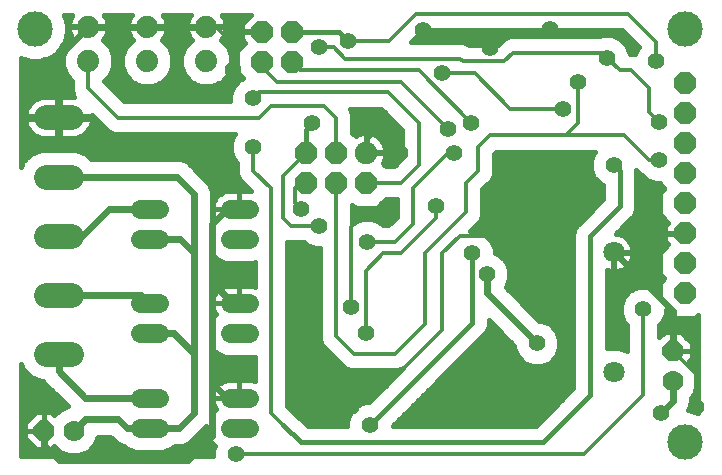
<source format=gbr>
G75*
%MOIN*%
%OFA0B0*%
%FSLAX25Y25*%
%IPPOS*%
%LPD*%
%AMOC8*
5,1,8,0,0,1.08239X$1,22.5*
%
%ADD10C,0.07480*%
%ADD11OC8,0.07480*%
%ADD12C,0.07400*%
%ADD13OC8,0.07150*%
%ADD14C,0.06299*%
%ADD15C,0.06350*%
%ADD16C,0.08350*%
%ADD17C,0.07087*%
%ADD18OC8,0.07000*%
%ADD19C,0.07000*%
%ADD20C,0.02400*%
%ADD21C,0.05600*%
%ADD22C,0.01378*%
%ADD23C,0.05512*%
%ADD24C,0.01600*%
%ADD25C,0.11811*%
D10*
X0146363Y0112115D03*
D11*
X0136363Y0112115D03*
X0126363Y0112115D03*
X0126363Y0102115D03*
X0136363Y0102115D03*
X0146363Y0102115D03*
D12*
X0093056Y0142675D03*
X0093056Y0154075D03*
X0073371Y0154075D03*
X0073371Y0142675D03*
X0053686Y0142675D03*
X0053686Y0154075D03*
D13*
X0111520Y0152469D03*
X0121520Y0152469D03*
X0121520Y0142469D03*
X0111520Y0142469D03*
X0252504Y0135225D03*
X0252504Y0125225D03*
X0252504Y0115225D03*
X0252504Y0105225D03*
X0252504Y0095225D03*
X0252504Y0085225D03*
X0252504Y0075225D03*
X0252504Y0065225D03*
D14*
X0107308Y0061918D02*
X0101008Y0061918D01*
X0101008Y0051918D02*
X0107308Y0051918D01*
X0107308Y0030422D02*
X0101008Y0030422D01*
X0101008Y0020422D02*
X0107308Y0020422D01*
X0077229Y0030422D02*
X0070930Y0030422D01*
X0070930Y0061918D02*
X0077229Y0061918D01*
X0101008Y0083414D02*
X0107308Y0083414D01*
X0107308Y0093414D02*
X0101008Y0093414D01*
X0077229Y0093414D02*
X0070930Y0093414D01*
D15*
X0070904Y0083414D02*
X0077254Y0083414D01*
X0077254Y0051918D02*
X0070904Y0051918D01*
X0070904Y0020422D02*
X0077254Y0020422D01*
D16*
X0048018Y0044977D02*
X0039668Y0044977D01*
X0039668Y0064777D02*
X0048018Y0064777D01*
X0048018Y0084477D02*
X0039668Y0084477D01*
X0039668Y0104177D02*
X0048018Y0104177D01*
X0048018Y0123877D02*
X0039668Y0123877D01*
D17*
X0228882Y0078887D03*
X0228882Y0038887D03*
D18*
X0248567Y0046170D03*
X0038843Y0019517D03*
D19*
X0048843Y0019517D03*
X0248567Y0036170D03*
D20*
X0248567Y0029359D01*
X0244630Y0025422D01*
X0248567Y0046170D02*
X0248567Y0059202D01*
X0228882Y0078887D01*
X0203292Y0048552D02*
X0186560Y0065284D01*
X0186560Y0071682D01*
X0104158Y0061918D02*
X0101835Y0061918D01*
X0095024Y0068729D01*
X0095024Y0088414D01*
X0100024Y0093414D01*
X0104158Y0093414D01*
X0089119Y0098257D02*
X0089119Y0078572D01*
X0089119Y0045107D01*
X0082308Y0051918D01*
X0074079Y0051918D01*
X0074079Y0061918D02*
X0071220Y0064777D01*
X0043843Y0064777D01*
X0043843Y0044977D02*
X0043843Y0039202D01*
X0052623Y0030422D01*
X0074079Y0030422D01*
X0066560Y0020422D02*
X0063528Y0023454D01*
X0052780Y0023454D01*
X0048843Y0019517D01*
X0038843Y0019517D02*
X0038843Y0014674D01*
X0043843Y0009674D01*
X0087150Y0009674D01*
X0095024Y0017548D01*
X0095024Y0035265D01*
X0095024Y0068729D01*
X0089119Y0078572D02*
X0084276Y0083414D01*
X0074079Y0083414D01*
X0074079Y0093414D02*
X0060654Y0093414D01*
X0051717Y0084477D01*
X0043843Y0084477D01*
X0043843Y0104177D02*
X0083198Y0104177D01*
X0089119Y0098257D01*
X0043843Y0123877D02*
X0043843Y0144232D01*
X0053686Y0154075D01*
X0073371Y0154075D01*
X0093056Y0154075D01*
X0089119Y0045107D02*
X0089119Y0025422D01*
X0084119Y0020422D01*
X0074079Y0020422D01*
X0066560Y0020422D01*
X0095024Y0035265D02*
X0099867Y0030422D01*
X0104158Y0030422D01*
D21*
X0102898Y0011643D03*
X0141284Y0027391D03*
X0147682Y0021485D03*
X0146205Y0051997D03*
X0181638Y0078572D03*
X0169827Y0094320D03*
X0175733Y0112036D03*
X0173764Y0119910D03*
X0181441Y0122076D03*
X0157524Y0112036D03*
X0128489Y0121879D03*
X0108804Y0114005D03*
X0124552Y0093335D03*
X0130804Y0087776D03*
X0146697Y0082509D03*
X0203292Y0048552D03*
X0207032Y0068926D03*
X0238725Y0059871D03*
X0256441Y0027391D03*
X0244630Y0025422D03*
X0228882Y0108099D03*
X0244138Y0109576D03*
X0244138Y0122371D03*
X0243154Y0142548D03*
X0226746Y0143700D03*
X0217071Y0135658D03*
X0207721Y0153375D03*
X0187827Y0147186D03*
X0165237Y0153170D03*
X0140300Y0149438D03*
X0101914Y0139595D03*
D22*
X0101914Y0148454D01*
X0096293Y0154075D01*
X0093056Y0154075D01*
X0101914Y0148454D02*
X0105930Y0152469D01*
X0111520Y0152469D01*
X0111520Y0142469D02*
X0111520Y0140816D01*
X0116678Y0135658D01*
X0158016Y0135658D01*
X0173764Y0119910D01*
X0181441Y0122076D02*
X0163922Y0139595D01*
X0124394Y0139595D01*
X0121520Y0142469D01*
X0130756Y0147225D02*
X0135512Y0147225D01*
X0139205Y0143532D01*
X0177701Y0143532D01*
X0178686Y0142548D01*
X0192465Y0142548D01*
X0195418Y0145501D01*
X0224945Y0145501D01*
X0226746Y0143700D01*
X0230851Y0139595D01*
X0234788Y0139595D01*
X0240693Y0133690D01*
X0240693Y0125816D01*
X0244138Y0122371D01*
X0232327Y0117942D02*
X0240693Y0109576D01*
X0244138Y0109576D01*
X0232327Y0117942D02*
X0213134Y0117942D01*
X0187544Y0117942D01*
X0183607Y0114005D01*
X0183607Y0106131D01*
X0179670Y0102194D01*
X0179670Y0092351D01*
X0165890Y0078572D01*
X0165890Y0054950D01*
X0156048Y0045107D01*
X0142268Y0045107D01*
X0136363Y0051013D01*
X0136363Y0102115D01*
X0126363Y0102115D02*
X0124473Y0102115D01*
X0122583Y0100225D01*
X0122583Y0095304D01*
X0124552Y0093335D01*
X0121252Y0087776D02*
X0118646Y0090383D01*
X0118646Y0104398D01*
X0126363Y0112115D01*
X0136363Y0112115D02*
X0136363Y0123847D01*
X0132426Y0127784D01*
X0114709Y0127784D01*
X0110772Y0123847D01*
X0063528Y0123847D01*
X0053686Y0133690D01*
X0053686Y0142675D01*
X0108575Y0130209D02*
X0110579Y0132213D01*
X0153587Y0132213D01*
X0163922Y0121879D01*
X0163922Y0108099D01*
X0157938Y0102115D01*
X0146363Y0102115D01*
X0146205Y0092351D02*
X0141284Y0087430D01*
X0141284Y0060855D01*
X0146205Y0051997D02*
X0146205Y0072666D01*
X0152111Y0078572D01*
X0158016Y0078572D01*
X0169827Y0090383D01*
X0169827Y0094320D01*
X0161953Y0100225D02*
X0161953Y0088414D01*
X0156048Y0082509D01*
X0146697Y0082509D01*
X0146205Y0092351D02*
X0153095Y0092351D01*
X0161953Y0100225D02*
X0173764Y0112036D01*
X0175733Y0112036D01*
X0157524Y0112036D02*
X0157524Y0115973D01*
X0155556Y0117942D01*
X0148174Y0117942D01*
X0146363Y0116131D01*
X0146363Y0112115D01*
X0114709Y0100225D02*
X0114709Y0025422D01*
X0118646Y0021485D01*
X0102898Y0011643D02*
X0219040Y0011643D01*
X0238725Y0031328D01*
X0238725Y0059871D01*
X0248567Y0046170D02*
X0256441Y0038296D01*
X0256441Y0027391D01*
X0207032Y0068926D02*
X0207032Y0076800D01*
X0199355Y0084477D01*
X0177701Y0084477D01*
X0171796Y0078572D01*
X0171796Y0052981D01*
X0156048Y0037233D01*
X0143252Y0037233D01*
X0141284Y0035265D01*
X0141284Y0027391D01*
X0130804Y0087776D02*
X0121252Y0087776D01*
X0114709Y0100225D02*
X0108804Y0106131D01*
X0108804Y0114005D01*
X0140300Y0149438D02*
X0154079Y0149438D01*
X0162938Y0158296D01*
X0233804Y0158296D01*
X0243154Y0148946D01*
X0243154Y0142548D01*
X0217071Y0135658D02*
X0217071Y0121879D01*
X0213134Y0117942D01*
X0212150Y0126800D02*
X0194434Y0126800D01*
X0182623Y0138611D01*
X0171796Y0138611D01*
X0187827Y0147186D02*
X0192048Y0151406D01*
X0205752Y0151406D01*
X0207721Y0153375D01*
X0187827Y0150792D02*
X0187827Y0147186D01*
X0187827Y0150792D02*
X0185449Y0153170D01*
X0165237Y0153170D01*
D23*
X0171796Y0138611D03*
X0212150Y0126800D03*
X0153095Y0092351D03*
X0186560Y0071682D03*
X0141284Y0060855D03*
X0108575Y0130209D03*
X0130756Y0147225D03*
D24*
X0095361Y0010974D02*
X0031363Y0010974D01*
X0031363Y0041739D01*
X0032113Y0039929D01*
X0034620Y0037422D01*
X0037896Y0036065D01*
X0038716Y0036065D01*
X0038810Y0035839D01*
X0046986Y0027663D01*
X0044177Y0026500D01*
X0042473Y0024796D01*
X0041453Y0025817D01*
X0038843Y0025817D01*
X0036233Y0025817D01*
X0032543Y0022126D01*
X0032543Y0019517D01*
X0038843Y0019517D01*
X0038843Y0025817D01*
X0038843Y0019517D01*
X0038843Y0019517D01*
X0038843Y0019516D01*
X0038843Y0013217D01*
X0041453Y0013217D01*
X0042473Y0014237D01*
X0044177Y0012534D01*
X0047205Y0011280D01*
X0050481Y0011280D01*
X0053509Y0012534D01*
X0055826Y0014851D01*
X0056930Y0017517D01*
X0061069Y0017517D01*
X0063197Y0015389D01*
X0065379Y0014485D01*
X0065652Y0014485D01*
X0066423Y0013715D01*
X0069331Y0012510D01*
X0078828Y0012510D01*
X0081736Y0013715D01*
X0082506Y0014485D01*
X0085300Y0014485D01*
X0087482Y0015389D01*
X0089152Y0017059D01*
X0093122Y0021029D01*
X0093122Y0018853D01*
X0094322Y0015955D01*
X0095881Y0014396D01*
X0095361Y0013142D01*
X0095361Y0010974D01*
X0095361Y0012131D02*
X0052537Y0012131D01*
X0054705Y0013730D02*
X0066408Y0013730D01*
X0063343Y0015328D02*
X0056024Y0015328D01*
X0056686Y0016927D02*
X0061659Y0016927D01*
X0045149Y0012131D02*
X0031363Y0012131D01*
X0031363Y0013730D02*
X0035720Y0013730D01*
X0036233Y0013217D02*
X0038843Y0013217D01*
X0038843Y0019516D01*
X0038843Y0019516D01*
X0032543Y0019516D01*
X0032543Y0016907D01*
X0036233Y0013217D01*
X0038843Y0013730D02*
X0038843Y0013730D01*
X0038843Y0015328D02*
X0038843Y0015328D01*
X0038843Y0016927D02*
X0038843Y0016927D01*
X0038843Y0018525D02*
X0038843Y0018525D01*
X0038843Y0020124D02*
X0038843Y0020124D01*
X0038843Y0021722D02*
X0038843Y0021722D01*
X0038843Y0023321D02*
X0038843Y0023321D01*
X0038843Y0024919D02*
X0038843Y0024919D01*
X0035336Y0024919D02*
X0031363Y0024919D01*
X0031363Y0023321D02*
X0033738Y0023321D01*
X0032543Y0021722D02*
X0031363Y0021722D01*
X0031363Y0020124D02*
X0032543Y0020124D01*
X0032543Y0018525D02*
X0031363Y0018525D01*
X0031363Y0016927D02*
X0032543Y0016927D01*
X0031363Y0015328D02*
X0034122Y0015328D01*
X0041966Y0013730D02*
X0042981Y0013730D01*
X0042597Y0024919D02*
X0042350Y0024919D01*
X0044221Y0026518D02*
X0031363Y0026518D01*
X0031363Y0028116D02*
X0046532Y0028116D01*
X0044934Y0029715D02*
X0031363Y0029715D01*
X0031363Y0031313D02*
X0043335Y0031313D01*
X0041737Y0032912D02*
X0031363Y0032912D01*
X0031363Y0034510D02*
X0040138Y0034510D01*
X0037791Y0036109D02*
X0031363Y0036109D01*
X0031363Y0037707D02*
X0034335Y0037707D01*
X0032736Y0039306D02*
X0031363Y0039306D01*
X0031363Y0040904D02*
X0031709Y0040904D01*
X0081751Y0013730D02*
X0095605Y0013730D01*
X0094949Y0015328D02*
X0087335Y0015328D01*
X0089019Y0016927D02*
X0093920Y0016927D01*
X0093258Y0018525D02*
X0090618Y0018525D01*
X0092216Y0020124D02*
X0093122Y0020124D01*
X0095056Y0025623D02*
X0095056Y0046718D01*
X0096541Y0045232D01*
X0099440Y0044031D01*
X0108876Y0044031D01*
X0109283Y0044200D01*
X0109283Y0036036D01*
X0108701Y0036225D01*
X0107776Y0036372D01*
X0104158Y0036372D01*
X0100540Y0036372D01*
X0099615Y0036225D01*
X0098725Y0035936D01*
X0097890Y0035511D01*
X0097132Y0034960D01*
X0096470Y0034298D01*
X0095920Y0033540D01*
X0095495Y0032706D01*
X0095205Y0031815D01*
X0095059Y0030890D01*
X0095059Y0030422D01*
X0095059Y0029954D01*
X0095205Y0029029D01*
X0095495Y0028138D01*
X0095920Y0027304D01*
X0096264Y0026831D01*
X0095056Y0025623D01*
X0095056Y0026518D02*
X0095951Y0026518D01*
X0095506Y0028116D02*
X0095056Y0028116D01*
X0095056Y0029715D02*
X0095097Y0029715D01*
X0095059Y0030422D02*
X0104158Y0030422D01*
X0104158Y0030422D01*
X0095059Y0030422D01*
X0095056Y0031313D02*
X0095126Y0031313D01*
X0095056Y0032912D02*
X0095600Y0032912D01*
X0095056Y0034510D02*
X0096683Y0034510D01*
X0095056Y0036109D02*
X0099257Y0036109D01*
X0104158Y0036109D02*
X0104158Y0036109D01*
X0104158Y0036372D02*
X0104158Y0030422D01*
X0104158Y0030422D01*
X0104158Y0036372D01*
X0104158Y0034510D02*
X0104158Y0034510D01*
X0104158Y0032912D02*
X0104158Y0032912D01*
X0104158Y0031313D02*
X0104158Y0031313D01*
X0109059Y0036109D02*
X0109283Y0036109D01*
X0109283Y0037707D02*
X0095056Y0037707D01*
X0095056Y0039306D02*
X0109283Y0039306D01*
X0109283Y0040904D02*
X0095056Y0040904D01*
X0095056Y0042503D02*
X0109283Y0042503D01*
X0109283Y0044101D02*
X0109045Y0044101D01*
X0099271Y0044101D02*
X0095056Y0044101D01*
X0095056Y0045700D02*
X0096073Y0045700D01*
X0095056Y0057119D02*
X0095056Y0078214D01*
X0096541Y0076728D01*
X0099440Y0075528D01*
X0108876Y0075528D01*
X0109283Y0075696D01*
X0109283Y0067532D01*
X0108701Y0067721D01*
X0107776Y0067868D01*
X0104158Y0067868D01*
X0100540Y0067868D01*
X0099615Y0067721D01*
X0098725Y0067432D01*
X0097890Y0067007D01*
X0097132Y0066456D01*
X0096470Y0065794D01*
X0095920Y0065036D01*
X0095495Y0064202D01*
X0095205Y0063311D01*
X0095059Y0062386D01*
X0095059Y0061918D01*
X0095059Y0061450D01*
X0095205Y0060525D01*
X0095495Y0059634D01*
X0095920Y0058800D01*
X0096264Y0058327D01*
X0095056Y0057119D01*
X0095056Y0058488D02*
X0096146Y0058488D01*
X0095348Y0060086D02*
X0095056Y0060086D01*
X0095056Y0061685D02*
X0095059Y0061685D01*
X0095059Y0061918D02*
X0104158Y0061918D01*
X0104158Y0061918D01*
X0095059Y0061918D01*
X0095056Y0063283D02*
X0095201Y0063283D01*
X0095056Y0064882D02*
X0095841Y0064882D01*
X0095056Y0066480D02*
X0097166Y0066480D01*
X0095056Y0068079D02*
X0109283Y0068079D01*
X0109283Y0069677D02*
X0095056Y0069677D01*
X0095056Y0071276D02*
X0109283Y0071276D01*
X0109283Y0072874D02*
X0095056Y0072874D01*
X0095056Y0074473D02*
X0109283Y0074473D01*
X0104158Y0067868D02*
X0104158Y0061918D01*
X0104158Y0067868D01*
X0104158Y0066480D02*
X0104158Y0066480D01*
X0104158Y0064882D02*
X0104158Y0064882D01*
X0104158Y0063283D02*
X0104158Y0063283D01*
X0104158Y0061918D02*
X0104158Y0061918D01*
X0120135Y0061685D02*
X0130937Y0061685D01*
X0130937Y0063283D02*
X0120135Y0063283D01*
X0120135Y0064882D02*
X0130937Y0064882D01*
X0130937Y0066480D02*
X0120135Y0066480D01*
X0120135Y0068079D02*
X0130937Y0068079D01*
X0130937Y0069677D02*
X0120135Y0069677D01*
X0120135Y0071276D02*
X0130937Y0071276D01*
X0130937Y0072874D02*
X0120135Y0072874D01*
X0120135Y0074473D02*
X0130937Y0074473D01*
X0130937Y0076072D02*
X0120135Y0076072D01*
X0120135Y0077670D02*
X0130937Y0077670D01*
X0130937Y0079269D02*
X0120135Y0079269D01*
X0120135Y0080867D02*
X0127789Y0080867D01*
X0126534Y0081387D02*
X0129304Y0080239D01*
X0130937Y0080239D01*
X0130937Y0049933D01*
X0131763Y0047939D01*
X0133289Y0046413D01*
X0139195Y0040507D01*
X0141189Y0039681D01*
X0157127Y0039681D01*
X0158698Y0040332D01*
X0147388Y0029022D01*
X0146182Y0029022D01*
X0143412Y0027875D01*
X0141292Y0025754D01*
X0140145Y0022984D01*
X0140145Y0021117D01*
X0126845Y0021117D01*
X0121783Y0026179D01*
X0121515Y0026290D01*
X0120135Y0027670D01*
X0120135Y0082366D01*
X0120173Y0082350D01*
X0125571Y0082350D01*
X0126534Y0081387D01*
X0141789Y0088259D02*
X0141789Y0094700D01*
X0142851Y0093638D01*
X0149874Y0093638D01*
X0152925Y0096689D01*
X0156527Y0096689D01*
X0156527Y0090662D01*
X0153800Y0087935D01*
X0151930Y0087935D01*
X0150967Y0088898D01*
X0148197Y0090046D01*
X0145198Y0090046D01*
X0142428Y0088898D01*
X0141789Y0088259D01*
X0141789Y0088860D02*
X0142389Y0088860D01*
X0141789Y0090458D02*
X0156324Y0090458D01*
X0156527Y0092057D02*
X0141789Y0092057D01*
X0141789Y0093655D02*
X0142834Y0093655D01*
X0149891Y0093655D02*
X0156527Y0093655D01*
X0156527Y0095254D02*
X0151490Y0095254D01*
X0151005Y0088860D02*
X0154725Y0088860D01*
X0155690Y0107541D02*
X0152925Y0107541D01*
X0151878Y0108588D01*
X0152241Y0109216D01*
X0152569Y0110008D01*
X0152791Y0110836D01*
X0152903Y0111686D01*
X0152903Y0111931D01*
X0146547Y0111931D01*
X0146547Y0112299D01*
X0152903Y0112299D01*
X0152903Y0112544D01*
X0152791Y0113394D01*
X0152569Y0114222D01*
X0152241Y0115014D01*
X0151812Y0115756D01*
X0151290Y0116436D01*
X0150684Y0117043D01*
X0150004Y0117565D01*
X0149262Y0117993D01*
X0148469Y0118321D01*
X0147641Y0118543D01*
X0146791Y0118655D01*
X0146547Y0118655D01*
X0146547Y0112299D01*
X0146178Y0112299D01*
X0146178Y0118655D01*
X0145934Y0118655D01*
X0145084Y0118543D01*
X0144256Y0118321D01*
X0143464Y0117993D01*
X0142836Y0117631D01*
X0141789Y0118677D01*
X0141789Y0124927D01*
X0141018Y0126787D01*
X0151340Y0126787D01*
X0158496Y0119631D01*
X0158496Y0110347D01*
X0155690Y0107541D01*
X0156191Y0108042D02*
X0152424Y0108042D01*
X0152417Y0109640D02*
X0157789Y0109640D01*
X0158496Y0111239D02*
X0152844Y0111239D01*
X0152864Y0112837D02*
X0158496Y0112837D01*
X0158496Y0114436D02*
X0152480Y0114436D01*
X0151599Y0116034D02*
X0158496Y0116034D01*
X0158496Y0117633D02*
X0149886Y0117633D01*
X0146547Y0117633D02*
X0146178Y0117633D01*
X0146178Y0116034D02*
X0146547Y0116034D01*
X0146547Y0114436D02*
X0146178Y0114436D01*
X0146178Y0112837D02*
X0146547Y0112837D01*
X0142840Y0117633D02*
X0142833Y0117633D01*
X0141789Y0119231D02*
X0158496Y0119231D01*
X0157297Y0120830D02*
X0141789Y0120830D01*
X0141789Y0122428D02*
X0155699Y0122428D01*
X0154100Y0124027D02*
X0141789Y0124027D01*
X0141499Y0125625D02*
X0152502Y0125625D01*
X0128489Y0121879D02*
X0126363Y0119753D01*
X0126363Y0112115D01*
X0107920Y0099341D02*
X0107776Y0099364D01*
X0104158Y0099364D01*
X0100540Y0099364D01*
X0099615Y0099217D01*
X0098725Y0098928D01*
X0097890Y0098503D01*
X0097132Y0097952D01*
X0096470Y0097290D01*
X0095920Y0096532D01*
X0095495Y0095698D01*
X0095205Y0094807D01*
X0095059Y0093882D01*
X0095059Y0093414D01*
X0095059Y0092946D01*
X0095205Y0092021D01*
X0095495Y0091130D01*
X0095920Y0090296D01*
X0096264Y0089823D01*
X0095056Y0088615D01*
X0095056Y0099438D01*
X0094152Y0101620D01*
X0092482Y0103290D01*
X0086561Y0109210D01*
X0084379Y0110114D01*
X0054684Y0110114D01*
X0053066Y0111732D01*
X0049791Y0113089D01*
X0037896Y0113089D01*
X0034620Y0111732D01*
X0032113Y0109225D01*
X0031363Y0107415D01*
X0031363Y0143745D01*
X0031861Y0143458D01*
X0034568Y0142732D01*
X0037370Y0142732D01*
X0040077Y0143458D01*
X0042504Y0144859D01*
X0044485Y0146840D01*
X0045886Y0149267D01*
X0046612Y0151974D01*
X0046612Y0154776D01*
X0045886Y0157483D01*
X0045599Y0157980D01*
X0048489Y0157980D01*
X0048269Y0157694D01*
X0047843Y0156956D01*
X0047517Y0156169D01*
X0047297Y0155346D01*
X0047186Y0154501D01*
X0047186Y0154275D01*
X0053485Y0154275D01*
X0053485Y0153875D01*
X0047186Y0153875D01*
X0047186Y0153649D01*
X0047297Y0152804D01*
X0047517Y0151981D01*
X0047843Y0151194D01*
X0048269Y0150456D01*
X0048788Y0149780D01*
X0048824Y0149744D01*
X0046533Y0147454D01*
X0045249Y0144353D01*
X0045249Y0140997D01*
X0046533Y0137896D01*
X0048260Y0136169D01*
X0048260Y0132610D01*
X0049018Y0130781D01*
X0048475Y0130852D01*
X0044343Y0130852D01*
X0044343Y0124377D01*
X0054987Y0124377D01*
X0054936Y0124766D01*
X0058928Y0120774D01*
X0058928Y0120774D01*
X0060455Y0119247D01*
X0062449Y0118421D01*
X0102561Y0118421D01*
X0102414Y0118274D01*
X0101267Y0115504D01*
X0101267Y0112506D01*
X0102414Y0109735D01*
X0103378Y0108772D01*
X0103378Y0105051D01*
X0104204Y0103057D01*
X0107920Y0099341D01*
X0107212Y0100049D02*
X0094802Y0100049D01*
X0095056Y0098451D02*
X0097818Y0098451D01*
X0096152Y0096852D02*
X0095056Y0096852D01*
X0095056Y0095254D02*
X0095350Y0095254D01*
X0095056Y0093655D02*
X0095059Y0093655D01*
X0095059Y0093414D02*
X0104158Y0093414D01*
X0095059Y0093414D01*
X0095056Y0092057D02*
X0095200Y0092057D01*
X0095056Y0090458D02*
X0095837Y0090458D01*
X0095300Y0088860D02*
X0095056Y0088860D01*
X0104158Y0093414D02*
X0104158Y0093414D01*
X0104158Y0099364D01*
X0104158Y0093414D01*
X0104158Y0093414D01*
X0104158Y0093655D02*
X0104158Y0093655D01*
X0104158Y0095254D02*
X0104158Y0095254D01*
X0104158Y0096852D02*
X0104158Y0096852D01*
X0104158Y0098451D02*
X0104158Y0098451D01*
X0105613Y0101648D02*
X0094124Y0101648D01*
X0092525Y0103246D02*
X0104125Y0103246D01*
X0103463Y0104845D02*
X0090927Y0104845D01*
X0089328Y0106443D02*
X0103378Y0106443D01*
X0103378Y0108042D02*
X0087730Y0108042D01*
X0085523Y0109640D02*
X0102509Y0109640D01*
X0101791Y0111239D02*
X0053559Y0111239D01*
X0050398Y0112837D02*
X0101267Y0112837D01*
X0101267Y0114436D02*
X0031363Y0114436D01*
X0031363Y0116034D02*
X0101486Y0116034D01*
X0102148Y0117633D02*
X0051152Y0117633D01*
X0051109Y0117608D02*
X0051901Y0118065D01*
X0052627Y0118622D01*
X0053273Y0119268D01*
X0053830Y0119994D01*
X0054287Y0120786D01*
X0054637Y0121630D01*
X0054873Y0122514D01*
X0054987Y0123377D01*
X0044343Y0123377D01*
X0044343Y0116902D01*
X0048475Y0116902D01*
X0049381Y0117022D01*
X0050265Y0117258D01*
X0051109Y0117608D01*
X0053236Y0119231D02*
X0060493Y0119231D01*
X0058872Y0120830D02*
X0054305Y0120830D01*
X0054850Y0122428D02*
X0057273Y0122428D01*
X0055675Y0124027D02*
X0044343Y0124027D01*
X0044343Y0124377D02*
X0044343Y0123377D01*
X0043343Y0123377D01*
X0043343Y0116902D01*
X0039211Y0116902D01*
X0038305Y0117022D01*
X0037421Y0117258D01*
X0036577Y0117608D01*
X0035785Y0118065D01*
X0035060Y0118622D01*
X0034413Y0119268D01*
X0033856Y0119994D01*
X0033399Y0120786D01*
X0033049Y0121630D01*
X0032813Y0122514D01*
X0032699Y0123377D01*
X0043343Y0123377D01*
X0043343Y0124377D01*
X0032699Y0124377D01*
X0032813Y0125241D01*
X0033049Y0126124D01*
X0033399Y0126969D01*
X0033856Y0127760D01*
X0034413Y0128486D01*
X0035060Y0129132D01*
X0035785Y0129689D01*
X0036577Y0130146D01*
X0037421Y0130496D01*
X0038305Y0130733D01*
X0039211Y0130852D01*
X0043343Y0130852D01*
X0043343Y0124377D01*
X0044343Y0124377D01*
X0043343Y0124027D02*
X0031363Y0124027D01*
X0031363Y0125625D02*
X0032916Y0125625D01*
X0033547Y0127224D02*
X0031363Y0127224D01*
X0031363Y0128822D02*
X0034750Y0128822D01*
X0037240Y0130421D02*
X0031363Y0130421D01*
X0031363Y0132019D02*
X0048504Y0132019D01*
X0048260Y0133618D02*
X0031363Y0133618D01*
X0031363Y0135216D02*
X0048260Y0135216D01*
X0047614Y0136815D02*
X0031363Y0136815D01*
X0031363Y0138413D02*
X0046319Y0138413D01*
X0045656Y0140012D02*
X0031363Y0140012D01*
X0031363Y0141610D02*
X0045249Y0141610D01*
X0045249Y0143209D02*
X0039149Y0143209D01*
X0042415Y0144807D02*
X0045437Y0144807D01*
X0046099Y0146406D02*
X0044051Y0146406D01*
X0045157Y0148005D02*
X0047084Y0148005D01*
X0045976Y0149603D02*
X0048682Y0149603D01*
X0047840Y0151202D02*
X0046405Y0151202D01*
X0046612Y0152800D02*
X0047298Y0152800D01*
X0047186Y0154399D02*
X0046612Y0154399D01*
X0046284Y0155997D02*
X0047471Y0155997D01*
X0048213Y0157596D02*
X0045821Y0157596D01*
X0053886Y0154275D02*
X0060186Y0154275D01*
X0060186Y0154501D01*
X0060074Y0155346D01*
X0059854Y0156169D01*
X0059528Y0156956D01*
X0059102Y0157694D01*
X0058882Y0157980D01*
X0068174Y0157980D01*
X0067954Y0157694D01*
X0067528Y0156956D01*
X0067202Y0156169D01*
X0066982Y0155346D01*
X0066871Y0154501D01*
X0066871Y0154275D01*
X0073171Y0154275D01*
X0073171Y0153875D01*
X0066871Y0153875D01*
X0066871Y0153649D01*
X0066982Y0152804D01*
X0067202Y0151981D01*
X0067528Y0151194D01*
X0067954Y0150456D01*
X0068473Y0149780D01*
X0068509Y0149744D01*
X0066218Y0147454D01*
X0064934Y0144353D01*
X0064934Y0140997D01*
X0066218Y0137896D01*
X0068591Y0135522D01*
X0071692Y0134238D01*
X0075049Y0134238D01*
X0078150Y0135522D01*
X0080523Y0137896D01*
X0081808Y0140997D01*
X0081808Y0144353D01*
X0080523Y0147454D01*
X0078233Y0149744D01*
X0078268Y0149780D01*
X0078787Y0150456D01*
X0079213Y0151194D01*
X0079539Y0151981D01*
X0079759Y0152804D01*
X0079871Y0153649D01*
X0079871Y0153875D01*
X0073571Y0153875D01*
X0073571Y0154275D01*
X0079871Y0154275D01*
X0079871Y0154501D01*
X0079759Y0155346D01*
X0079539Y0156169D01*
X0079213Y0156956D01*
X0078787Y0157694D01*
X0078567Y0157980D01*
X0087859Y0157980D01*
X0087639Y0157694D01*
X0087213Y0156956D01*
X0086887Y0156169D01*
X0086667Y0155346D01*
X0086556Y0154501D01*
X0086556Y0154275D01*
X0092856Y0154275D01*
X0092856Y0153875D01*
X0086556Y0153875D01*
X0086556Y0153649D01*
X0086667Y0152804D01*
X0086887Y0151981D01*
X0087213Y0151194D01*
X0087639Y0150456D01*
X0088158Y0149780D01*
X0088194Y0149744D01*
X0085903Y0147454D01*
X0084619Y0144353D01*
X0084619Y0140997D01*
X0085903Y0137896D01*
X0088276Y0135522D01*
X0091377Y0134238D01*
X0094734Y0134238D01*
X0097835Y0135522D01*
X0100208Y0137896D01*
X0101493Y0140997D01*
X0101493Y0144353D01*
X0100208Y0147454D01*
X0097918Y0149744D01*
X0097953Y0149780D01*
X0098472Y0150456D01*
X0098898Y0151194D01*
X0099224Y0151981D01*
X0099444Y0152804D01*
X0099556Y0153649D01*
X0099556Y0153875D01*
X0093256Y0153875D01*
X0093256Y0154275D01*
X0099556Y0154275D01*
X0099556Y0154501D01*
X0099444Y0155346D01*
X0099224Y0156169D01*
X0098898Y0156956D01*
X0098472Y0157694D01*
X0098252Y0157980D01*
X0108016Y0157980D01*
X0105145Y0155110D01*
X0105145Y0152669D01*
X0111320Y0152669D01*
X0111320Y0152269D01*
X0105145Y0152269D01*
X0105145Y0149829D01*
X0106135Y0148839D01*
X0103208Y0145912D01*
X0103208Y0139026D01*
X0105280Y0136955D01*
X0104331Y0136562D01*
X0102223Y0134454D01*
X0101082Y0131700D01*
X0101082Y0129273D01*
X0065776Y0129273D01*
X0059112Y0135937D01*
X0059112Y0136169D01*
X0060838Y0137896D01*
X0062123Y0140997D01*
X0062123Y0144353D01*
X0060838Y0147454D01*
X0058548Y0149744D01*
X0058583Y0149780D01*
X0059102Y0150456D01*
X0059528Y0151194D01*
X0059854Y0151981D01*
X0060074Y0152804D01*
X0060186Y0153649D01*
X0060186Y0153875D01*
X0053886Y0153875D01*
X0053886Y0154275D01*
X0059158Y0157596D02*
X0067898Y0157596D01*
X0067156Y0155997D02*
X0059900Y0155997D01*
X0060186Y0154399D02*
X0066871Y0154399D01*
X0066983Y0152800D02*
X0060073Y0152800D01*
X0059531Y0151202D02*
X0067525Y0151202D01*
X0068367Y0149603D02*
X0058689Y0149603D01*
X0060288Y0148005D02*
X0066769Y0148005D01*
X0065784Y0146406D02*
X0061272Y0146406D01*
X0061934Y0144807D02*
X0065122Y0144807D01*
X0064934Y0143209D02*
X0062123Y0143209D01*
X0062123Y0141610D02*
X0064934Y0141610D01*
X0065341Y0140012D02*
X0061715Y0140012D01*
X0061053Y0138413D02*
X0066004Y0138413D01*
X0067299Y0136815D02*
X0059757Y0136815D01*
X0059832Y0135216D02*
X0069330Y0135216D01*
X0063029Y0132019D02*
X0101215Y0132019D01*
X0101082Y0130421D02*
X0064628Y0130421D01*
X0061431Y0133618D02*
X0101877Y0133618D01*
X0102986Y0135216D02*
X0097096Y0135216D01*
X0099127Y0136815D02*
X0104942Y0136815D01*
X0103821Y0138413D02*
X0100423Y0138413D01*
X0101085Y0140012D02*
X0103208Y0140012D01*
X0103208Y0141610D02*
X0101493Y0141610D01*
X0101493Y0143209D02*
X0103208Y0143209D01*
X0103208Y0144807D02*
X0101304Y0144807D01*
X0100642Y0146406D02*
X0103702Y0146406D01*
X0105301Y0148005D02*
X0099658Y0148005D01*
X0098059Y0149603D02*
X0105371Y0149603D01*
X0105145Y0151202D02*
X0098901Y0151202D01*
X0099443Y0152800D02*
X0105145Y0152800D01*
X0105145Y0154399D02*
X0099556Y0154399D01*
X0099270Y0155997D02*
X0106033Y0155997D01*
X0107631Y0157596D02*
X0098528Y0157596D01*
X0087583Y0157596D02*
X0078843Y0157596D01*
X0079585Y0155997D02*
X0086841Y0155997D01*
X0086556Y0154399D02*
X0079871Y0154399D01*
X0079758Y0152800D02*
X0086668Y0152800D01*
X0087210Y0151202D02*
X0079216Y0151202D01*
X0078374Y0149603D02*
X0088052Y0149603D01*
X0086454Y0148005D02*
X0079973Y0148005D01*
X0080957Y0146406D02*
X0085469Y0146406D01*
X0084807Y0144807D02*
X0081619Y0144807D01*
X0081808Y0143209D02*
X0084619Y0143209D01*
X0084619Y0141610D02*
X0081808Y0141610D01*
X0081400Y0140012D02*
X0085026Y0140012D01*
X0085689Y0138413D02*
X0080738Y0138413D01*
X0079442Y0136815D02*
X0086984Y0136815D01*
X0089015Y0135216D02*
X0077411Y0135216D01*
X0044343Y0130421D02*
X0043343Y0130421D01*
X0043343Y0128822D02*
X0044343Y0128822D01*
X0044343Y0127224D02*
X0043343Y0127224D01*
X0043343Y0125625D02*
X0044343Y0125625D01*
X0044343Y0122428D02*
X0043343Y0122428D01*
X0043343Y0120830D02*
X0044343Y0120830D01*
X0044343Y0119231D02*
X0043343Y0119231D01*
X0043343Y0117633D02*
X0044343Y0117633D01*
X0036534Y0117633D02*
X0031363Y0117633D01*
X0031363Y0119231D02*
X0034450Y0119231D01*
X0033381Y0120830D02*
X0031363Y0120830D01*
X0031363Y0122428D02*
X0032836Y0122428D01*
X0031363Y0112837D02*
X0037288Y0112837D01*
X0034127Y0111239D02*
X0031363Y0111239D01*
X0031363Y0109640D02*
X0032528Y0109640D01*
X0031623Y0108042D02*
X0031363Y0108042D01*
X0031363Y0143209D02*
X0032789Y0143209D01*
X0121520Y0152469D02*
X0137268Y0152469D01*
X0140300Y0149438D01*
X0161273Y0148958D02*
X0165185Y0152870D01*
X0231556Y0152870D01*
X0237187Y0147240D01*
X0236764Y0146817D01*
X0235998Y0144967D01*
X0235867Y0145021D01*
X0234283Y0145021D01*
X0234283Y0145199D01*
X0233136Y0147969D01*
X0231016Y0150090D01*
X0228245Y0151237D01*
X0225247Y0151237D01*
X0224498Y0150927D01*
X0194339Y0150927D01*
X0192344Y0150101D01*
X0190218Y0147974D01*
X0180933Y0147974D01*
X0180775Y0148132D01*
X0178781Y0148958D01*
X0161273Y0148958D01*
X0161918Y0149603D02*
X0191847Y0149603D01*
X0190248Y0148005D02*
X0180903Y0148005D01*
X0165115Y0152800D02*
X0231626Y0152800D01*
X0233225Y0151202D02*
X0228331Y0151202D01*
X0231502Y0149603D02*
X0234823Y0149603D01*
X0236422Y0148005D02*
X0233101Y0148005D01*
X0233783Y0146406D02*
X0236594Y0146406D01*
X0225161Y0151202D02*
X0163516Y0151202D01*
X0189791Y0112516D02*
X0222640Y0112516D01*
X0222493Y0112369D01*
X0221345Y0109598D01*
X0221345Y0106600D01*
X0222493Y0103830D01*
X0224613Y0101710D01*
X0225314Y0101419D01*
X0225314Y0096613D01*
X0217872Y0089171D01*
X0216314Y0087614D01*
X0215471Y0085579D01*
X0215471Y0033621D01*
X0202967Y0021117D01*
X0155219Y0021117D01*
X0155219Y0021192D01*
X0186332Y0052305D01*
X0187175Y0054340D01*
X0187175Y0056272D01*
X0195755Y0047693D01*
X0195755Y0047053D01*
X0196902Y0044283D01*
X0199022Y0042162D01*
X0201793Y0041015D01*
X0204791Y0041015D01*
X0207561Y0042162D01*
X0209681Y0044283D01*
X0210829Y0047053D01*
X0210829Y0050051D01*
X0209681Y0052821D01*
X0207561Y0054942D01*
X0204791Y0056089D01*
X0204151Y0056089D01*
X0192857Y0067383D01*
X0192912Y0067437D01*
X0194052Y0070191D01*
X0194052Y0073172D01*
X0192912Y0075926D01*
X0190804Y0078034D01*
X0189175Y0078709D01*
X0189175Y0080071D01*
X0188028Y0082841D01*
X0185908Y0084961D01*
X0183138Y0086109D01*
X0181101Y0086109D01*
X0184270Y0089278D01*
X0185096Y0091272D01*
X0185096Y0099946D01*
X0188207Y0103057D01*
X0189033Y0105051D01*
X0189033Y0111757D01*
X0189791Y0112516D01*
X0189033Y0111239D02*
X0222025Y0111239D01*
X0221363Y0109640D02*
X0189033Y0109640D01*
X0189033Y0108042D02*
X0221345Y0108042D01*
X0221410Y0106443D02*
X0189033Y0106443D01*
X0188947Y0104845D02*
X0222072Y0104845D01*
X0223076Y0103246D02*
X0188285Y0103246D01*
X0186797Y0101648D02*
X0224763Y0101648D01*
X0225314Y0100049D02*
X0185199Y0100049D01*
X0185096Y0098451D02*
X0225314Y0098451D01*
X0225314Y0096852D02*
X0185096Y0096852D01*
X0185096Y0095254D02*
X0223954Y0095254D01*
X0222356Y0093655D02*
X0185096Y0093655D01*
X0185096Y0092057D02*
X0220757Y0092057D01*
X0219159Y0090458D02*
X0184759Y0090458D01*
X0183852Y0088860D02*
X0217560Y0088860D01*
X0216168Y0087261D02*
X0182253Y0087261D01*
X0184214Y0085663D02*
X0215506Y0085663D01*
X0215471Y0084064D02*
X0186805Y0084064D01*
X0188183Y0082466D02*
X0215471Y0082466D01*
X0215471Y0080867D02*
X0188846Y0080867D01*
X0189175Y0079269D02*
X0215471Y0079269D01*
X0215471Y0077670D02*
X0191168Y0077670D01*
X0192767Y0076072D02*
X0215471Y0076072D01*
X0215471Y0074473D02*
X0193514Y0074473D01*
X0194052Y0072874D02*
X0215471Y0072874D01*
X0215471Y0071276D02*
X0194052Y0071276D01*
X0193840Y0069677D02*
X0215471Y0069677D01*
X0215471Y0068079D02*
X0193177Y0068079D01*
X0193760Y0066480D02*
X0215471Y0066480D01*
X0215471Y0064882D02*
X0195358Y0064882D01*
X0196957Y0063283D02*
X0215471Y0063283D01*
X0215471Y0061685D02*
X0198555Y0061685D01*
X0200154Y0060086D02*
X0215471Y0060086D01*
X0215471Y0058488D02*
X0201752Y0058488D01*
X0203351Y0056889D02*
X0215471Y0056889D01*
X0215471Y0055291D02*
X0206718Y0055291D01*
X0208810Y0053692D02*
X0215471Y0053692D01*
X0215471Y0052094D02*
X0209983Y0052094D01*
X0210645Y0050495D02*
X0215471Y0050495D01*
X0215471Y0048897D02*
X0210829Y0048897D01*
X0210829Y0047298D02*
X0215471Y0047298D01*
X0215471Y0045700D02*
X0210268Y0045700D01*
X0209500Y0044101D02*
X0215471Y0044101D01*
X0215471Y0042503D02*
X0207902Y0042503D01*
X0215471Y0040904D02*
X0174931Y0040904D01*
X0173333Y0039306D02*
X0215471Y0039306D01*
X0215471Y0037707D02*
X0171734Y0037707D01*
X0170136Y0036109D02*
X0215471Y0036109D01*
X0215471Y0034510D02*
X0168537Y0034510D01*
X0166939Y0032912D02*
X0214762Y0032912D01*
X0213164Y0031313D02*
X0165340Y0031313D01*
X0163742Y0029715D02*
X0211565Y0029715D01*
X0209966Y0028116D02*
X0162143Y0028116D01*
X0160545Y0026518D02*
X0208368Y0026518D01*
X0206769Y0024919D02*
X0158946Y0024919D01*
X0157348Y0023321D02*
X0205171Y0023321D01*
X0203572Y0021722D02*
X0155749Y0021722D01*
X0147682Y0021485D02*
X0181638Y0055442D01*
X0181638Y0078572D01*
X0187175Y0055291D02*
X0188157Y0055291D01*
X0186907Y0053692D02*
X0189755Y0053692D01*
X0191354Y0052094D02*
X0186121Y0052094D01*
X0184522Y0050495D02*
X0192952Y0050495D01*
X0194551Y0048897D02*
X0182924Y0048897D01*
X0181325Y0047298D02*
X0195755Y0047298D01*
X0196315Y0045700D02*
X0179727Y0045700D01*
X0178128Y0044101D02*
X0197084Y0044101D01*
X0198682Y0042503D02*
X0176530Y0042503D01*
X0157672Y0039306D02*
X0120135Y0039306D01*
X0120135Y0040904D02*
X0138798Y0040904D01*
X0137199Y0042503D02*
X0120135Y0042503D01*
X0120135Y0044101D02*
X0135601Y0044101D01*
X0134002Y0045700D02*
X0120135Y0045700D01*
X0120135Y0047298D02*
X0132404Y0047298D01*
X0131366Y0048897D02*
X0120135Y0048897D01*
X0120135Y0050495D02*
X0130937Y0050495D01*
X0130937Y0052094D02*
X0120135Y0052094D01*
X0120135Y0053692D02*
X0130937Y0053692D01*
X0130937Y0055291D02*
X0120135Y0055291D01*
X0120135Y0056889D02*
X0130937Y0056889D01*
X0130937Y0058488D02*
X0120135Y0058488D01*
X0120135Y0060086D02*
X0130937Y0060086D01*
X0120135Y0037707D02*
X0156073Y0037707D01*
X0154475Y0036109D02*
X0120135Y0036109D01*
X0120135Y0034510D02*
X0152876Y0034510D01*
X0151278Y0032912D02*
X0120135Y0032912D01*
X0120135Y0031313D02*
X0149679Y0031313D01*
X0148081Y0029715D02*
X0120135Y0029715D01*
X0120135Y0028116D02*
X0143995Y0028116D01*
X0142055Y0026518D02*
X0121287Y0026518D01*
X0123043Y0024919D02*
X0140946Y0024919D01*
X0140284Y0023321D02*
X0124641Y0023321D01*
X0126240Y0021722D02*
X0140145Y0021722D01*
X0124552Y0015580D02*
X0118646Y0021485D01*
X0124552Y0015580D02*
X0205260Y0015580D01*
X0221008Y0031328D01*
X0221008Y0084477D01*
X0230851Y0094320D01*
X0230851Y0106131D01*
X0228882Y0108099D01*
X0236388Y0106208D02*
X0237620Y0104976D01*
X0238404Y0104651D01*
X0239869Y0103186D01*
X0242639Y0102039D01*
X0244193Y0102039D01*
X0244193Y0101782D01*
X0245750Y0100225D01*
X0244193Y0098668D01*
X0244193Y0091782D01*
X0247119Y0088856D01*
X0246130Y0087866D01*
X0246130Y0085425D01*
X0252304Y0085425D01*
X0252304Y0085025D01*
X0246130Y0085025D01*
X0246130Y0082585D01*
X0247119Y0081595D01*
X0244193Y0078668D01*
X0244193Y0071782D01*
X0245750Y0070225D01*
X0244193Y0068668D01*
X0244193Y0065062D01*
X0242994Y0066260D01*
X0240224Y0067408D01*
X0237226Y0067408D01*
X0234456Y0066260D01*
X0232335Y0064140D01*
X0231188Y0061370D01*
X0231188Y0058372D01*
X0232335Y0055601D01*
X0233299Y0054638D01*
X0233299Y0046020D01*
X0230529Y0047167D01*
X0227235Y0047167D01*
X0226545Y0046881D01*
X0226545Y0072976D01*
X0227397Y0072699D01*
X0228383Y0072543D01*
X0228698Y0072543D01*
X0228698Y0078702D01*
X0229067Y0078702D01*
X0229067Y0079071D01*
X0235226Y0079071D01*
X0235226Y0079386D01*
X0235070Y0080372D01*
X0234761Y0081322D01*
X0234308Y0082211D01*
X0233721Y0083019D01*
X0233015Y0083725D01*
X0232207Y0084312D01*
X0231317Y0084765D01*
X0230368Y0085074D01*
X0229563Y0085201D01*
X0233987Y0089626D01*
X0235545Y0091183D01*
X0236388Y0093218D01*
X0236388Y0106208D01*
X0236388Y0104845D02*
X0237936Y0104845D01*
X0236388Y0103246D02*
X0239809Y0103246D01*
X0236388Y0101648D02*
X0244327Y0101648D01*
X0245574Y0100049D02*
X0236388Y0100049D01*
X0236388Y0098451D02*
X0244193Y0098451D01*
X0244193Y0096852D02*
X0236388Y0096852D01*
X0236388Y0095254D02*
X0244193Y0095254D01*
X0244193Y0093655D02*
X0236388Y0093655D01*
X0235907Y0092057D02*
X0244193Y0092057D01*
X0245517Y0090458D02*
X0234820Y0090458D01*
X0233987Y0089626D02*
X0233987Y0089626D01*
X0233221Y0088860D02*
X0247115Y0088860D01*
X0246130Y0087261D02*
X0231623Y0087261D01*
X0230024Y0085663D02*
X0246130Y0085663D01*
X0246130Y0084064D02*
X0232548Y0084064D01*
X0234123Y0082466D02*
X0246249Y0082466D01*
X0246392Y0080867D02*
X0234909Y0080867D01*
X0235226Y0079269D02*
X0244793Y0079269D01*
X0244193Y0077670D02*
X0235112Y0077670D01*
X0235070Y0077401D02*
X0235226Y0078387D01*
X0235226Y0078702D01*
X0229067Y0078702D01*
X0229067Y0072543D01*
X0229382Y0072543D01*
X0230368Y0072699D01*
X0231317Y0073008D01*
X0232207Y0073461D01*
X0233015Y0074048D01*
X0233721Y0074754D01*
X0234308Y0075562D01*
X0234761Y0076452D01*
X0235070Y0077401D01*
X0234567Y0076072D02*
X0244193Y0076072D01*
X0244193Y0074473D02*
X0233440Y0074473D01*
X0230906Y0072874D02*
X0244193Y0072874D01*
X0244699Y0071276D02*
X0226545Y0071276D01*
X0226545Y0072874D02*
X0226858Y0072874D01*
X0228698Y0072874D02*
X0229067Y0072874D01*
X0229067Y0074473D02*
X0228698Y0074473D01*
X0228698Y0076072D02*
X0229067Y0076072D01*
X0229067Y0077670D02*
X0228698Y0077670D01*
X0226545Y0069677D02*
X0245202Y0069677D01*
X0244193Y0068079D02*
X0226545Y0068079D01*
X0226545Y0066480D02*
X0234987Y0066480D01*
X0233077Y0064882D02*
X0226545Y0064882D01*
X0226545Y0063283D02*
X0231980Y0063283D01*
X0231318Y0061685D02*
X0226545Y0061685D01*
X0226545Y0060086D02*
X0231188Y0060086D01*
X0231188Y0058488D02*
X0226545Y0058488D01*
X0226545Y0056889D02*
X0231802Y0056889D01*
X0232646Y0055291D02*
X0226545Y0055291D01*
X0226545Y0053692D02*
X0233299Y0053692D01*
X0233299Y0052094D02*
X0226545Y0052094D01*
X0226545Y0050495D02*
X0233299Y0050495D01*
X0233299Y0048897D02*
X0226545Y0048897D01*
X0226545Y0047298D02*
X0233299Y0047298D01*
X0244151Y0050663D02*
X0244151Y0054638D01*
X0245114Y0055601D01*
X0246262Y0058372D01*
X0246262Y0059713D01*
X0249062Y0056913D01*
X0255947Y0056913D01*
X0257110Y0058076D01*
X0257110Y0025209D01*
X0256612Y0025497D01*
X0253906Y0026222D01*
X0253694Y0026222D01*
X0254504Y0028178D01*
X0254504Y0030458D01*
X0255550Y0031504D01*
X0256804Y0034532D01*
X0256804Y0037809D01*
X0255550Y0040836D01*
X0253847Y0042540D01*
X0254867Y0043561D01*
X0254867Y0046170D01*
X0248568Y0046170D01*
X0248568Y0046170D01*
X0254867Y0046170D01*
X0254867Y0048780D01*
X0251177Y0052470D01*
X0248567Y0052470D01*
X0245958Y0052470D01*
X0244151Y0050663D01*
X0244151Y0052094D02*
X0245582Y0052094D01*
X0244151Y0053692D02*
X0257110Y0053692D01*
X0257110Y0052094D02*
X0251553Y0052094D01*
X0253152Y0050495D02*
X0257110Y0050495D01*
X0257110Y0048897D02*
X0254750Y0048897D01*
X0254867Y0047298D02*
X0257110Y0047298D01*
X0257110Y0045700D02*
X0254867Y0045700D01*
X0254867Y0044101D02*
X0257110Y0044101D01*
X0257110Y0042503D02*
X0253884Y0042503D01*
X0255482Y0040904D02*
X0257110Y0040904D01*
X0257110Y0039306D02*
X0256184Y0039306D01*
X0256804Y0037707D02*
X0257110Y0037707D01*
X0257110Y0036109D02*
X0256804Y0036109D01*
X0256796Y0034510D02*
X0257110Y0034510D01*
X0257110Y0032912D02*
X0256133Y0032912D01*
X0255359Y0031313D02*
X0257110Y0031313D01*
X0257110Y0029715D02*
X0254504Y0029715D01*
X0254479Y0028116D02*
X0257110Y0028116D01*
X0257110Y0026518D02*
X0253817Y0026518D01*
X0248567Y0046170D02*
X0248567Y0046170D01*
X0248567Y0052470D01*
X0248567Y0046170D01*
X0248567Y0047298D02*
X0248567Y0047298D01*
X0248567Y0048897D02*
X0248567Y0048897D01*
X0248567Y0050495D02*
X0248567Y0050495D01*
X0248567Y0052094D02*
X0248567Y0052094D01*
X0244804Y0055291D02*
X0257110Y0055291D01*
X0257110Y0056889D02*
X0245648Y0056889D01*
X0246262Y0058488D02*
X0247487Y0058488D01*
X0244193Y0066480D02*
X0242463Y0066480D01*
X0098126Y0076072D02*
X0095056Y0076072D01*
X0095056Y0077670D02*
X0095599Y0077670D01*
D25*
X0035969Y0153375D03*
X0252504Y0153375D03*
X0252504Y0015580D03*
M02*

</source>
